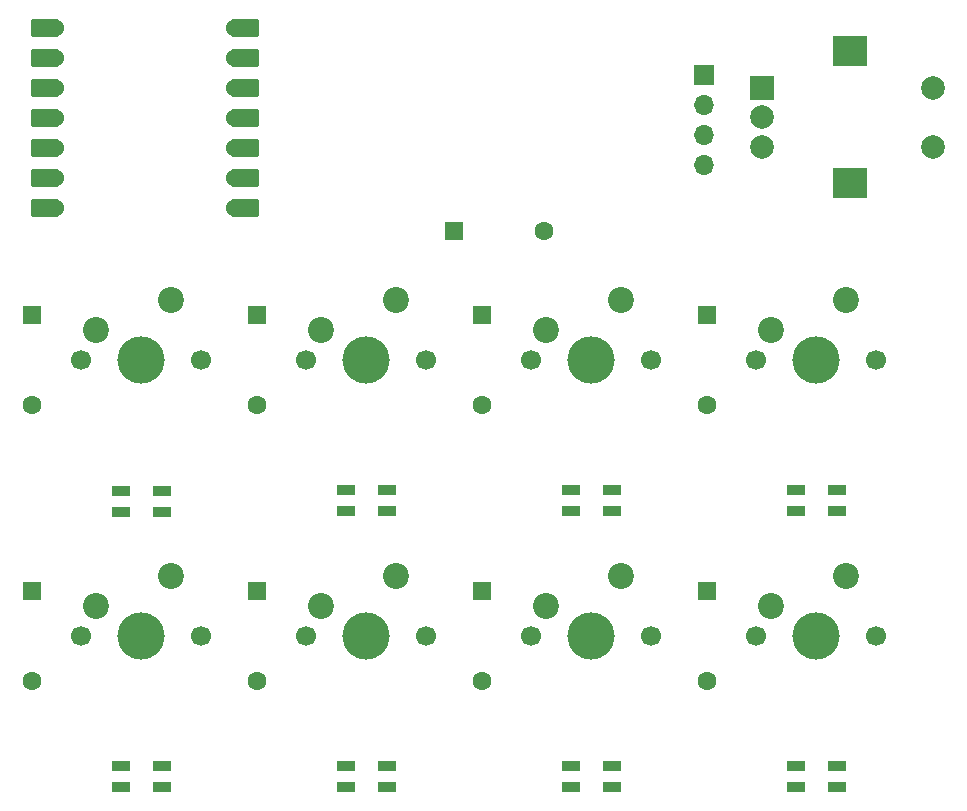
<source format=gbr>
%TF.GenerationSoftware,KiCad,Pcbnew,9.0.6*%
%TF.CreationDate,2025-12-17T11:58:44+01:00*%
%TF.ProjectId,HackPad,4861636b-5061-4642-9e6b-696361645f70,rev?*%
%TF.SameCoordinates,Original*%
%TF.FileFunction,Soldermask,Top*%
%TF.FilePolarity,Negative*%
%FSLAX46Y46*%
G04 Gerber Fmt 4.6, Leading zero omitted, Abs format (unit mm)*
G04 Created by KiCad (PCBNEW 9.0.6) date 2025-12-17 11:58:44*
%MOMM*%
%LPD*%
G01*
G04 APERTURE LIST*
G04 Aperture macros list*
%AMRoundRect*
0 Rectangle with rounded corners*
0 $1 Rounding radius*
0 $2 $3 $4 $5 $6 $7 $8 $9 X,Y pos of 4 corners*
0 Add a 4 corners polygon primitive as box body*
4,1,4,$2,$3,$4,$5,$6,$7,$8,$9,$2,$3,0*
0 Add four circle primitives for the rounded corners*
1,1,$1+$1,$2,$3*
1,1,$1+$1,$4,$5*
1,1,$1+$1,$6,$7*
1,1,$1+$1,$8,$9*
0 Add four rect primitives between the rounded corners*
20,1,$1+$1,$2,$3,$4,$5,0*
20,1,$1+$1,$4,$5,$6,$7,0*
20,1,$1+$1,$6,$7,$8,$9,0*
20,1,$1+$1,$8,$9,$2,$3,0*%
G04 Aperture macros list end*
%ADD10C,1.700000*%
%ADD11C,4.000000*%
%ADD12C,2.200000*%
%ADD13R,1.600000X0.850000*%
%ADD14R,1.700000X1.700000*%
%ADD15O,1.700000X1.700000*%
%ADD16R,2.000000X2.000000*%
%ADD17C,2.000000*%
%ADD18R,3.000000X2.500000*%
%ADD19RoundRect,0.152400X1.063600X0.609600X-1.063600X0.609600X-1.063600X-0.609600X1.063600X-0.609600X0*%
%ADD20C,1.524000*%
%ADD21RoundRect,0.152400X-1.063600X-0.609600X1.063600X-0.609600X1.063600X0.609600X-1.063600X0.609600X0*%
%ADD22RoundRect,0.250000X-0.550000X0.550000X-0.550000X-0.550000X0.550000X-0.550000X0.550000X0.550000X0*%
%ADD23C,1.600000*%
%ADD24RoundRect,0.250000X-0.550000X-0.550000X0.550000X-0.550000X0.550000X0.550000X-0.550000X0.550000X0*%
G04 APERTURE END LIST*
D10*
%TO.C,SW A3*%
X147002500Y-99016250D03*
D11*
X152082500Y-99016250D03*
D10*
X157162500Y-99016250D03*
D12*
X154622500Y-93936250D03*
X148272500Y-96476250D03*
%TD*%
D10*
%TO.C,SW A2*%
X127952500Y-99016250D03*
D11*
X133032500Y-99016250D03*
D10*
X138112500Y-99016250D03*
D12*
X135572500Y-93936250D03*
X129222500Y-96476250D03*
%TD*%
D10*
%TO.C,SW B1*%
X108902500Y-122396250D03*
D11*
X113982500Y-122396250D03*
D10*
X119062500Y-122396250D03*
D12*
X116522500Y-117316250D03*
X110172500Y-119856250D03*
%TD*%
D13*
%TO.C,D7*%
X131282500Y-133427500D03*
X131282500Y-135177500D03*
X134782500Y-135177500D03*
X134782500Y-133427500D03*
%TD*%
D10*
%TO.C,SW B2*%
X127952500Y-122396250D03*
D11*
X133032500Y-122396250D03*
D10*
X138112500Y-122396250D03*
D12*
X135572500Y-117316250D03*
X129222500Y-119856250D03*
%TD*%
D13*
%TO.C,D1*%
X112232500Y-110168750D03*
X112232500Y-111918750D03*
X115732500Y-111918750D03*
X115732500Y-110168750D03*
%TD*%
%TO.C,D3*%
X150332500Y-110047500D03*
X150332500Y-111797500D03*
X153832500Y-111797500D03*
X153832500Y-110047500D03*
%TD*%
D14*
%TO.C,U2*%
X161615000Y-74886250D03*
D15*
X161615000Y-77426250D03*
X161615000Y-79966250D03*
X161615000Y-82506250D03*
%TD*%
D13*
%TO.C,D4*%
X169382500Y-110047500D03*
X169382500Y-111797500D03*
X172882500Y-111797500D03*
X172882500Y-110047500D03*
%TD*%
D16*
%TO.C,SW9*%
X166500000Y-76000000D03*
D17*
X166500000Y-81000000D03*
X166500000Y-78500000D03*
D18*
X174000000Y-72900000D03*
X174000000Y-84100000D03*
D17*
X181000000Y-76000000D03*
X181000000Y-81000000D03*
%TD*%
D13*
%TO.C,D5*%
X169382500Y-133427500D03*
X169382500Y-135177500D03*
X172882500Y-135177500D03*
X172882500Y-133427500D03*
%TD*%
D10*
%TO.C,SW A1*%
X108902500Y-99016250D03*
D11*
X113982500Y-99016250D03*
D10*
X119062500Y-99016250D03*
D12*
X116522500Y-93936250D03*
X110172500Y-96476250D03*
%TD*%
D13*
%TO.C,D8*%
X112232500Y-133427500D03*
X112232500Y-135177500D03*
X115732500Y-135177500D03*
X115732500Y-133427500D03*
%TD*%
D19*
%TO.C,U1*%
X105845000Y-70961250D03*
D20*
X106680000Y-70961250D03*
D19*
X105845000Y-73501250D03*
D20*
X106680000Y-73501250D03*
D19*
X105845000Y-76041250D03*
D20*
X106680000Y-76041250D03*
D19*
X105845000Y-78581250D03*
D20*
X106680000Y-78581250D03*
D19*
X105845000Y-81121250D03*
D20*
X106680000Y-81121250D03*
D19*
X105845000Y-83661250D03*
D20*
X106680000Y-83661250D03*
D19*
X105845000Y-86201250D03*
D20*
X106680000Y-86201250D03*
X121920000Y-86201250D03*
D21*
X122755000Y-86201250D03*
D20*
X121920000Y-83661250D03*
D21*
X122755000Y-83661250D03*
D20*
X121920000Y-81121250D03*
D21*
X122755000Y-81121250D03*
D20*
X121920000Y-78581250D03*
D21*
X122755000Y-78581250D03*
D20*
X121920000Y-76041250D03*
D21*
X122755000Y-76041250D03*
D20*
X121920000Y-73501250D03*
D21*
X122755000Y-73501250D03*
D20*
X121920000Y-70961250D03*
D21*
X122755000Y-70961250D03*
%TD*%
D10*
%TO.C,SW A4*%
X166052500Y-99016250D03*
D11*
X171132500Y-99016250D03*
D10*
X176212500Y-99016250D03*
D12*
X173672500Y-93936250D03*
X167322500Y-96476250D03*
%TD*%
D10*
%TO.C,SW B3*%
X147002500Y-122396250D03*
D11*
X152082500Y-122396250D03*
D10*
X157162500Y-122396250D03*
D12*
X154622500Y-117316250D03*
X148272500Y-119856250D03*
%TD*%
D13*
%TO.C,D6*%
X150332500Y-133427500D03*
X150332500Y-135177500D03*
X153832500Y-135177500D03*
X153832500Y-133427500D03*
%TD*%
%TO.C,D2*%
X131282500Y-110047500D03*
X131282500Y-111797500D03*
X134782500Y-111797500D03*
X134782500Y-110047500D03*
%TD*%
D10*
%TO.C,SW B4*%
X166052500Y-122396250D03*
D11*
X171132500Y-122396250D03*
D10*
X176212500Y-122396250D03*
D12*
X173672500Y-117316250D03*
X167322500Y-119856250D03*
%TD*%
D22*
%TO.C,D15*%
X142875000Y-118586250D03*
D23*
X142875000Y-126206250D03*
%TD*%
D22*
%TO.C,D9*%
X104775000Y-95206250D03*
D23*
X104775000Y-102826250D03*
%TD*%
D22*
%TO.C,D11*%
X142875000Y-95206250D03*
D23*
X142875000Y-102826250D03*
%TD*%
D22*
%TO.C,D12*%
X161925000Y-95206250D03*
D23*
X161925000Y-102826250D03*
%TD*%
D22*
%TO.C,D16*%
X161925000Y-118586250D03*
D23*
X161925000Y-126206250D03*
%TD*%
D22*
%TO.C,D14*%
X123825000Y-118586250D03*
D23*
X123825000Y-126206250D03*
%TD*%
D22*
%TO.C,D10*%
X123825000Y-95206250D03*
D23*
X123825000Y-102826250D03*
%TD*%
D24*
%TO.C,D17*%
X140493750Y-88106250D03*
D23*
X148113750Y-88106250D03*
%TD*%
D22*
%TO.C,D13*%
X104775000Y-118586250D03*
D23*
X104775000Y-126206250D03*
%TD*%
M02*

</source>
